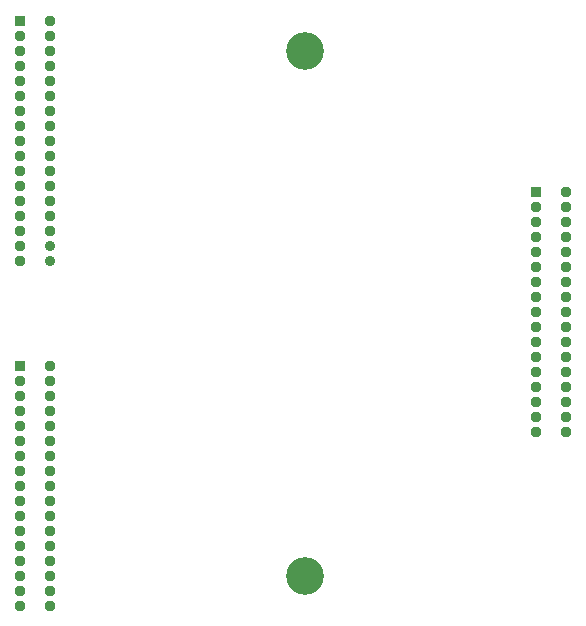
<source format=gbr>
%TF.GenerationSoftware,KiCad,Pcbnew,7.0.7*%
%TF.CreationDate,2023-09-12T10:00:42-04:00*%
%TF.ProjectId,Heater_South,48656174-6572-45f5-936f-7574682e6b69,rev?*%
%TF.SameCoordinates,Original*%
%TF.FileFunction,Soldermask,Top*%
%TF.FilePolarity,Negative*%
%FSLAX46Y46*%
G04 Gerber Fmt 4.6, Leading zero omitted, Abs format (unit mm)*
G04 Created by KiCad (PCBNEW 7.0.7) date 2023-09-12 10:00:42*
%MOMM*%
%LPD*%
G01*
G04 APERTURE LIST*
%ADD10C,3.200000*%
%ADD11R,0.940800X0.940800*%
%ADD12C,0.940800*%
%ADD13C,0.890000*%
G04 APERTURE END LIST*
D10*
%TO.C,REF\u002A\u002A*%
X118110000Y-53340000D03*
%TD*%
D11*
%TO.C,J2*%
X93969840Y-80010000D03*
D12*
X96530160Y-80010000D03*
X93980000Y-81280000D03*
X96520000Y-81280000D03*
X93980000Y-82550000D03*
X96520000Y-82550000D03*
X93980000Y-83820000D03*
X96520000Y-83820000D03*
X93980000Y-85090000D03*
X96520000Y-85090000D03*
X93980000Y-86360000D03*
X96520000Y-86360000D03*
X93980000Y-87630000D03*
X96520000Y-87630000D03*
X93980000Y-88900000D03*
X96520000Y-88900000D03*
X93980000Y-90170000D03*
X96520000Y-90170000D03*
X93980000Y-91440000D03*
X96520000Y-91440000D03*
X93980000Y-92710000D03*
X96520000Y-92710000D03*
X93980000Y-93980000D03*
X96520000Y-93980000D03*
X93980000Y-95250000D03*
X96520000Y-95250000D03*
X93980000Y-96520000D03*
X96520000Y-96520000D03*
X93980000Y-97790000D03*
X96520000Y-97790000D03*
X93980000Y-99060000D03*
X96520000Y-99060000D03*
X93980000Y-100330000D03*
X96520000Y-100330000D03*
%TD*%
D10*
%TO.C,REF\u002A\u002A*%
X118110000Y-97790000D03*
%TD*%
D11*
%TO.C,J3*%
X137719840Y-65340000D03*
D12*
X140280160Y-65340000D03*
X137730000Y-66610000D03*
X140270000Y-66610000D03*
X137730000Y-67880000D03*
X140270000Y-67880000D03*
X137730000Y-69150000D03*
X140270000Y-69150000D03*
X137730000Y-70420000D03*
X140270000Y-70420000D03*
X137730000Y-71690000D03*
X140270000Y-71690000D03*
X137730000Y-72960000D03*
X140270000Y-72960000D03*
X137730000Y-74230000D03*
X140270000Y-74230000D03*
X137730000Y-75500000D03*
X140270000Y-75500000D03*
X137730000Y-76770000D03*
X140270000Y-76770000D03*
X137730000Y-78040000D03*
X140270000Y-78040000D03*
X137730000Y-79310000D03*
X140270000Y-79310000D03*
X137730000Y-80580000D03*
X140270000Y-80580000D03*
X137730000Y-81850000D03*
X140270000Y-81850000D03*
X137730000Y-83120000D03*
X140270000Y-83120000D03*
X137730000Y-84390000D03*
X140270000Y-84390000D03*
X137730000Y-85660000D03*
X140270000Y-85660000D03*
%TD*%
D11*
%TO.C,J1*%
X93969840Y-50800000D03*
D12*
X96530160Y-50800000D03*
X93980000Y-52070000D03*
X96520000Y-52070000D03*
X93980000Y-53340000D03*
X96520000Y-53340000D03*
X93980000Y-54610000D03*
X96520000Y-54610000D03*
X93980000Y-55880000D03*
X96520000Y-55880000D03*
X93980000Y-57150000D03*
X96520000Y-57150000D03*
X93980000Y-58420000D03*
X96520000Y-58420000D03*
X93980000Y-59690000D03*
X96520000Y-59690000D03*
X93980000Y-60960000D03*
X96520000Y-60960000D03*
X93980000Y-62230000D03*
X96520000Y-62230000D03*
X93980000Y-63500000D03*
X96520000Y-63500000D03*
X93980000Y-64770000D03*
X96520000Y-64770000D03*
X93980000Y-66040000D03*
X96520000Y-66040000D03*
X93980000Y-67310000D03*
X96520000Y-67310000D03*
X93980000Y-68580000D03*
X96520000Y-68580000D03*
X93980000Y-69850000D03*
D13*
X96520000Y-69850000D03*
D12*
X93980000Y-71120000D03*
D13*
X96520000Y-71120000D03*
%TD*%
M02*

</source>
